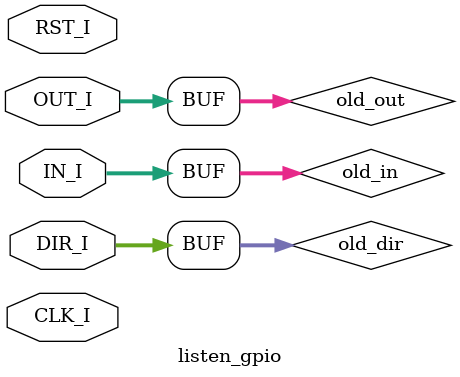
<source format=v>
`include "defs.vh"
`include "sim0.vh"

module listen_gpio
  (
   input       CLK_I,
   input       RST_I,

   input [7:0] IN_I,
   input [7:0] OUT_I,
   input [7:0] DIR_I
   );

   reg [7:0]   old_in;
   reg [7:0]   old_out;
   reg [7:0]   old_dir;

   always @(CLK_I) begin
     old_in <= IN_I;
     old_out <= OUT_I;
     old_dir <= DIR_I;

     if(old_in != IN_I)
       $write("GPIO input updated: %x -> %x\n", old_in, IN_I);

     if(old_out != OUT_I)
       $write("GPIO output updated: %x -> %x\n", old_out, OUT_I);

     if(old_dir != DIR_I)
       $write("GPIO direction updated: %x -> %x\n", old_dir, DIR_I);
   end

endmodule

</source>
